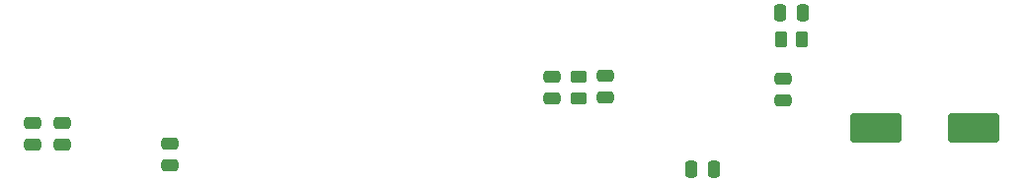
<source format=gbr>
%TF.GenerationSoftware,KiCad,Pcbnew,(6.0.0-0)*%
%TF.CreationDate,2022-11-16T00:40:36-05:00*%
%TF.ProjectId,amplifier,616d706c-6966-4696-9572-2e6b69636164,rev?*%
%TF.SameCoordinates,Original*%
%TF.FileFunction,Paste,Top*%
%TF.FilePolarity,Positive*%
%FSLAX46Y46*%
G04 Gerber Fmt 4.6, Leading zero omitted, Abs format (unit mm)*
G04 Created by KiCad (PCBNEW (6.0.0-0)) date 2022-11-16 00:40:36*
%MOMM*%
%LPD*%
G01*
G04 APERTURE LIST*
G04 Aperture macros list*
%AMRoundRect*
0 Rectangle with rounded corners*
0 $1 Rounding radius*
0 $2 $3 $4 $5 $6 $7 $8 $9 X,Y pos of 4 corners*
0 Add a 4 corners polygon primitive as box body*
4,1,4,$2,$3,$4,$5,$6,$7,$8,$9,$2,$3,0*
0 Add four circle primitives for the rounded corners*
1,1,$1+$1,$2,$3*
1,1,$1+$1,$4,$5*
1,1,$1+$1,$6,$7*
1,1,$1+$1,$8,$9*
0 Add four rect primitives between the rounded corners*
20,1,$1+$1,$2,$3,$4,$5,0*
20,1,$1+$1,$4,$5,$6,$7,0*
20,1,$1+$1,$6,$7,$8,$9,0*
20,1,$1+$1,$8,$9,$2,$3,0*%
G04 Aperture macros list end*
%ADD10RoundRect,0.250000X0.262500X0.450000X-0.262500X0.450000X-0.262500X-0.450000X0.262500X-0.450000X0*%
%ADD11RoundRect,0.250000X-0.450000X0.262500X-0.450000X-0.262500X0.450000X-0.262500X0.450000X0.262500X0*%
%ADD12RoundRect,0.250000X-1.950000X-1.000000X1.950000X-1.000000X1.950000X1.000000X-1.950000X1.000000X0*%
%ADD13RoundRect,0.250000X0.250000X0.475000X-0.250000X0.475000X-0.250000X-0.475000X0.250000X-0.475000X0*%
%ADD14RoundRect,0.250000X-0.475000X0.250000X-0.475000X-0.250000X0.475000X-0.250000X0.475000X0.250000X0*%
%ADD15RoundRect,0.250000X0.475000X-0.250000X0.475000X0.250000X-0.475000X0.250000X-0.475000X-0.250000X0*%
%ADD16RoundRect,0.250000X-0.250000X-0.475000X0.250000X-0.475000X0.250000X0.475000X-0.250000X0.475000X0*%
G04 APERTURE END LIST*
D10*
%TO.C,R2*%
X147470500Y-122936000D03*
X145645500Y-122936000D03*
%TD*%
D11*
%TO.C,R1*%
X128270000Y-126153500D03*
X128270000Y-127978500D03*
%TD*%
D12*
%TO.C,C9*%
X153788000Y-130556000D03*
X162188000Y-130556000D03*
%TD*%
D13*
%TO.C,C8*%
X147508000Y-120650000D03*
X145608000Y-120650000D03*
%TD*%
D14*
%TO.C,C7*%
X93298000Y-131892000D03*
X93298000Y-133792000D03*
%TD*%
%TO.C,C6*%
X130556000Y-126050000D03*
X130556000Y-127950000D03*
%TD*%
D15*
%TO.C,C5*%
X125984000Y-128016000D03*
X125984000Y-126116000D03*
%TD*%
%TO.C,C4*%
X145796000Y-128204000D03*
X145796000Y-126304000D03*
%TD*%
D16*
%TO.C,C3*%
X137988000Y-134112000D03*
X139888000Y-134112000D03*
%TD*%
D14*
%TO.C,C2*%
X84053000Y-130114000D03*
X84053000Y-132014000D03*
%TD*%
%TO.C,C1*%
X81513000Y-130114000D03*
X81513000Y-132014000D03*
%TD*%
M02*

</source>
